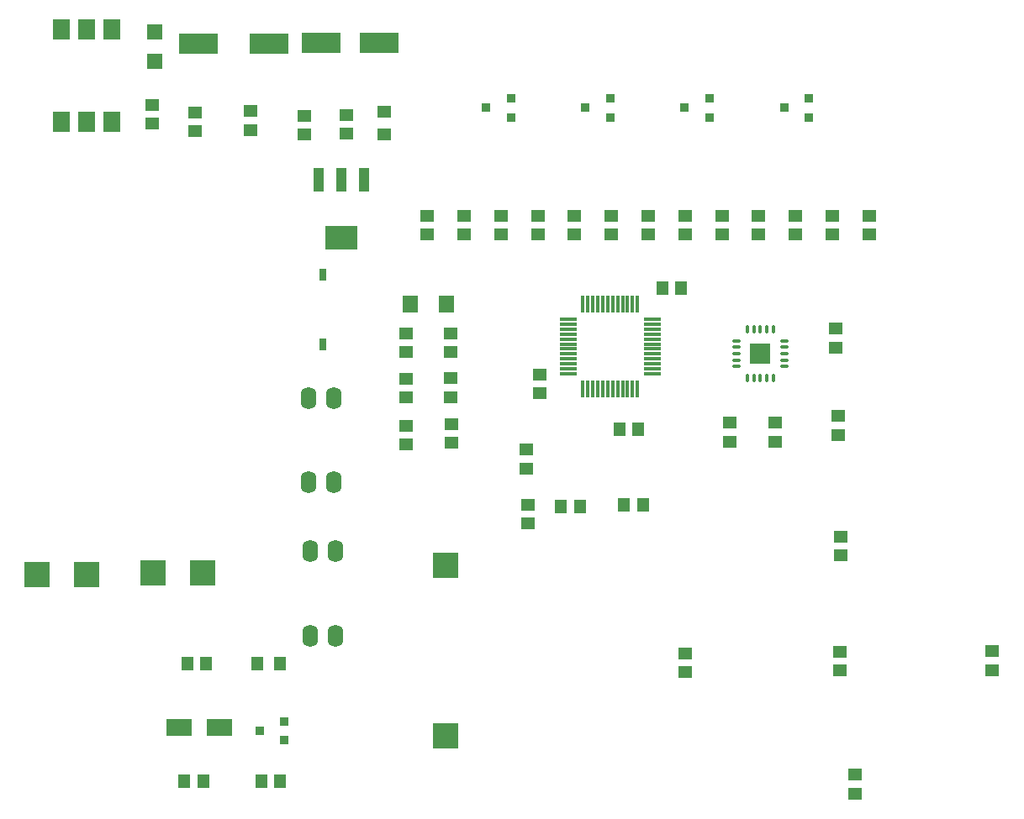
<source format=gtp>
G04*
G04 #@! TF.GenerationSoftware,Altium Limited,Altium Designer,21.2.1 (34)*
G04*
G04 Layer_Color=8421504*
%FSLAX24Y24*%
%MOIN*%
G70*
G04*
G04 #@! TF.SameCoordinates,0DDDE1A0-FCF8-4535-BD96-C2C20E8F4AC2*
G04*
G04*
G04 #@! TF.FilePolarity,Positive*
G04*
G01*
G75*
G04:AMPARAMS|DCode=25|XSize=12.6mil|YSize=33.1mil|CornerRadius=1.6mil|HoleSize=0mil|Usage=FLASHONLY|Rotation=180.000|XOffset=0mil|YOffset=0mil|HoleType=Round|Shape=RoundedRectangle|*
%AMROUNDEDRECTD25*
21,1,0.0126,0.0299,0,0,180.0*
21,1,0.0094,0.0331,0,0,180.0*
1,1,0.0032,-0.0047,0.0150*
1,1,0.0032,0.0047,0.0150*
1,1,0.0032,0.0047,-0.0150*
1,1,0.0032,-0.0047,-0.0150*
%
%ADD25ROUNDEDRECTD25*%
G04:AMPARAMS|DCode=26|XSize=33.1mil|YSize=12.6mil|CornerRadius=1.6mil|HoleSize=0mil|Usage=FLASHONLY|Rotation=180.000|XOffset=0mil|YOffset=0mil|HoleType=Round|Shape=RoundedRectangle|*
%AMROUNDEDRECTD26*
21,1,0.0331,0.0094,0,0,180.0*
21,1,0.0299,0.0126,0,0,180.0*
1,1,0.0032,-0.0150,0.0047*
1,1,0.0032,0.0150,0.0047*
1,1,0.0032,0.0150,-0.0047*
1,1,0.0032,-0.0150,-0.0047*
%
%ADD26ROUNDEDRECTD26*%
%ADD27R,0.0811X0.0811*%
%ADD28R,0.0394X0.0945*%
%ADD29R,0.1299X0.0945*%
%ADD30R,0.0669X0.0118*%
%ADD31R,0.0118X0.0669*%
%ADD32O,0.0630X0.0886*%
%ADD33R,0.0551X0.0472*%
%ADD34R,0.0984X0.0984*%
%ADD35R,0.1575X0.0787*%
%ADD36R,0.0472X0.0551*%
%ADD37R,0.0374X0.0354*%
%ADD38R,0.0700X0.0800*%
%ADD39R,0.1024X0.1024*%
%ADD40R,0.0630X0.0591*%
%ADD41R,0.0600X0.0650*%
%ADD42R,0.0500X0.0550*%
%ADD43R,0.0550X0.0500*%
%ADD44R,0.0984X0.0669*%
%ADD45R,0.0315X0.0472*%
D25*
X46761Y36613D02*
D03*
X46505D02*
D03*
X46249D02*
D03*
X45993D02*
D03*
X45737D02*
D03*
Y34696D02*
D03*
X45993D02*
D03*
X46249D02*
D03*
X46505D02*
D03*
X46761D02*
D03*
D26*
X47207Y35143D02*
D03*
Y35399D02*
D03*
Y35655D02*
D03*
Y35911D02*
D03*
Y36166D02*
D03*
X45290D02*
D03*
Y35911D02*
D03*
Y35655D02*
D03*
Y35399D02*
D03*
Y35143D02*
D03*
D27*
X46249Y35655D02*
D03*
D28*
X30536Y42552D02*
D03*
X29630D02*
D03*
X28725D02*
D03*
D29*
X29630Y40269D02*
D03*
D30*
X38625Y34861D02*
D03*
Y35058D02*
D03*
Y35255D02*
D03*
Y35452D02*
D03*
Y35649D02*
D03*
Y35845D02*
D03*
Y36042D02*
D03*
Y36239D02*
D03*
Y36436D02*
D03*
Y36633D02*
D03*
Y36830D02*
D03*
Y37027D02*
D03*
X41962D02*
D03*
Y36830D02*
D03*
Y36633D02*
D03*
Y36436D02*
D03*
Y36239D02*
D03*
Y36042D02*
D03*
Y35845D02*
D03*
Y35649D02*
D03*
Y35452D02*
D03*
Y35255D02*
D03*
Y35058D02*
D03*
Y34861D02*
D03*
D31*
X39211Y37612D02*
D03*
X39408D02*
D03*
X39605D02*
D03*
X39802D02*
D03*
X39999D02*
D03*
X40195D02*
D03*
X40392D02*
D03*
X40589D02*
D03*
X40786D02*
D03*
X40983D02*
D03*
X41180D02*
D03*
X41377D02*
D03*
Y34275D02*
D03*
X41180D02*
D03*
X40983D02*
D03*
X40786D02*
D03*
X40589D02*
D03*
X40392D02*
D03*
X40195D02*
D03*
X39999D02*
D03*
X39802D02*
D03*
X39605D02*
D03*
X39408D02*
D03*
X39211D02*
D03*
D32*
X28390Y24467D02*
D03*
X29390D02*
D03*
Y27814D02*
D03*
X28390D02*
D03*
X29350Y30547D02*
D03*
X28350D02*
D03*
Y33894D02*
D03*
X29350D02*
D03*
D33*
X33966Y33935D02*
D03*
Y34683D02*
D03*
Y35725D02*
D03*
Y36473D02*
D03*
X32192Y33918D02*
D03*
Y34666D02*
D03*
X32204Y36476D02*
D03*
Y35728D02*
D03*
X37020Y29661D02*
D03*
Y28913D02*
D03*
X36980Y31849D02*
D03*
Y31101D02*
D03*
X50010Y18203D02*
D03*
Y18951D02*
D03*
X37492Y34078D02*
D03*
Y34826D02*
D03*
X44720Y41137D02*
D03*
Y40388D02*
D03*
X41800Y41137D02*
D03*
Y40388D02*
D03*
X43260Y41137D02*
D03*
Y40388D02*
D03*
X46180Y41137D02*
D03*
Y40388D02*
D03*
X47640Y41137D02*
D03*
Y40388D02*
D03*
X49100Y41137D02*
D03*
Y40388D02*
D03*
X50560Y41137D02*
D03*
Y40388D02*
D03*
X40338Y40390D02*
D03*
Y41138D02*
D03*
X37420Y41137D02*
D03*
Y40388D02*
D03*
X33040Y41137D02*
D03*
Y40388D02*
D03*
X34500Y41137D02*
D03*
Y40388D02*
D03*
X35960Y41137D02*
D03*
Y40388D02*
D03*
X38880Y41137D02*
D03*
Y40388D02*
D03*
X33996Y32115D02*
D03*
Y32863D02*
D03*
X49412Y23826D02*
D03*
Y23078D02*
D03*
X43281Y23776D02*
D03*
Y23028D02*
D03*
X49420Y28399D02*
D03*
Y27651D02*
D03*
X55451Y23856D02*
D03*
Y23108D02*
D03*
X32200Y32801D02*
D03*
Y32053D02*
D03*
X49320Y33189D02*
D03*
Y32441D02*
D03*
X22124Y44778D02*
D03*
Y45526D02*
D03*
X29840Y44393D02*
D03*
Y45141D02*
D03*
X49250Y36650D02*
D03*
Y35902D02*
D03*
X45050Y32163D02*
D03*
Y32911D02*
D03*
X46830Y32171D02*
D03*
Y32919D02*
D03*
X23842Y45236D02*
D03*
Y44488D02*
D03*
X26029Y44535D02*
D03*
Y45283D02*
D03*
X28182Y45106D02*
D03*
Y44358D02*
D03*
D34*
X33780Y27256D02*
D03*
Y20485D02*
D03*
D35*
X31132Y47981D02*
D03*
X28848D02*
D03*
X26765Y47961D02*
D03*
X23970D02*
D03*
D36*
X41412Y32662D02*
D03*
X40664D02*
D03*
X43116Y38259D02*
D03*
X42368D02*
D03*
X38352Y29600D02*
D03*
X39100D02*
D03*
X23408Y18677D02*
D03*
X24156D02*
D03*
X26458D02*
D03*
X27206D02*
D03*
X24272Y23346D02*
D03*
X23524D02*
D03*
X40850Y29650D02*
D03*
X41598D02*
D03*
D37*
X36364Y45785D02*
D03*
X35380Y45411D02*
D03*
X36364Y45037D02*
D03*
X48172Y45785D02*
D03*
X47188Y45411D02*
D03*
X48172Y45037D02*
D03*
X40300Y45785D02*
D03*
X39316Y45411D02*
D03*
X40300Y45037D02*
D03*
X44236Y45785D02*
D03*
X43252Y45411D02*
D03*
X44236Y45037D02*
D03*
X27372Y20317D02*
D03*
X26388Y20691D02*
D03*
X27372Y21065D02*
D03*
D38*
X18550Y44875D02*
D03*
X19550D02*
D03*
X20550D02*
D03*
Y48525D02*
D03*
X19550D02*
D03*
X18550D02*
D03*
D39*
X24134Y26950D02*
D03*
X22166D02*
D03*
X19550Y26900D02*
D03*
X17581D02*
D03*
D40*
X22250Y48431D02*
D03*
Y47250D02*
D03*
D41*
X32380Y37621D02*
D03*
X33800D02*
D03*
D42*
X26305Y23346D02*
D03*
X27205D02*
D03*
D43*
X31350Y44361D02*
D03*
Y45261D02*
D03*
D44*
X23213Y20821D02*
D03*
X24788D02*
D03*
D45*
X28890Y38788D02*
D03*
Y36033D02*
D03*
M02*

</source>
